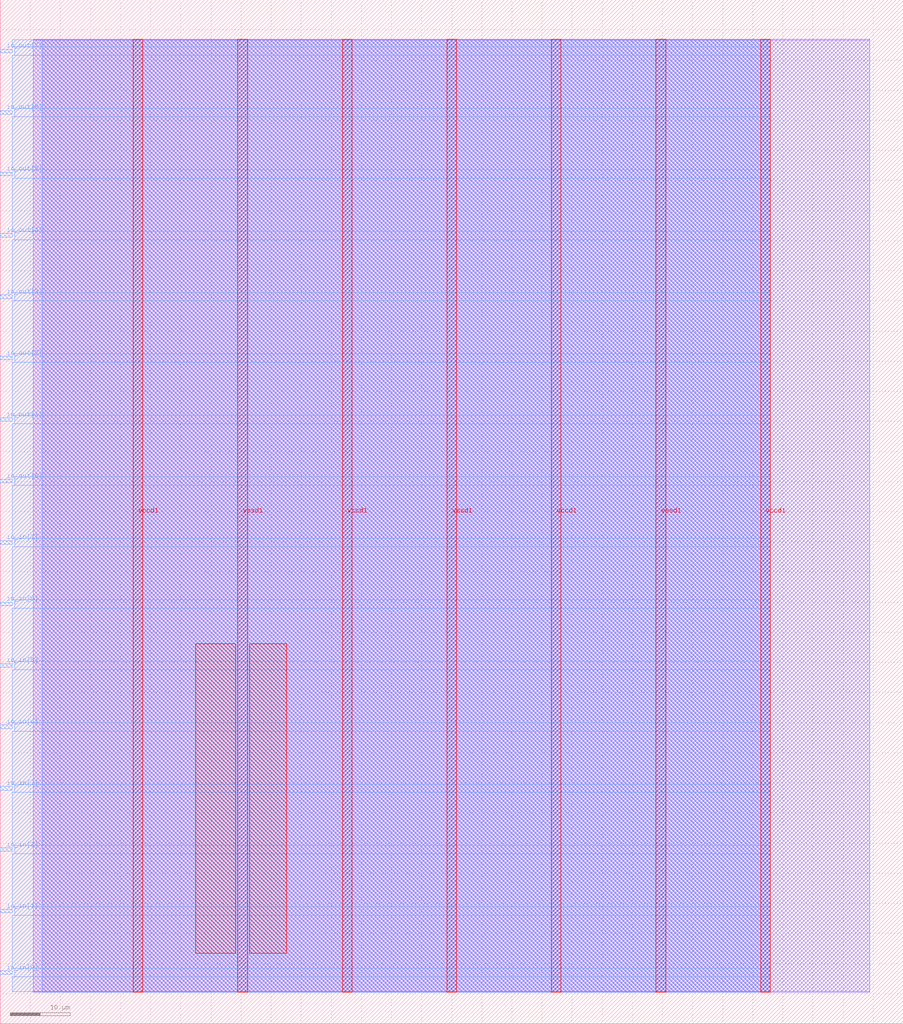
<source format=lef>
VERSION 5.7 ;
  NOWIREEXTENSIONATPIN ON ;
  DIVIDERCHAR "/" ;
  BUSBITCHARS "[]" ;
MACRO sophialiCMU_math
  CLASS BLOCK ;
  FOREIGN sophialiCMU_math ;
  ORIGIN 0.000 0.000 ;
  SIZE 150.000 BY 170.000 ;
  PIN io_in[0]
    DIRECTION INPUT ;
    USE SIGNAL ;
    PORT
      LAYER met3 ;
        RECT 0.000 8.200 2.000 8.800 ;
    END
  END io_in[0]
  PIN io_in[1]
    DIRECTION INPUT ;
    USE SIGNAL ;
    PORT
      LAYER met3 ;
        RECT 0.000 18.400 2.000 19.000 ;
    END
  END io_in[1]
  PIN io_in[2]
    DIRECTION INPUT ;
    USE SIGNAL ;
    PORT
      LAYER met3 ;
        RECT 0.000 28.600 2.000 29.200 ;
    END
  END io_in[2]
  PIN io_in[3]
    DIRECTION INPUT ;
    USE SIGNAL ;
    PORT
      LAYER met3 ;
        RECT 0.000 38.800 2.000 39.400 ;
    END
  END io_in[3]
  PIN io_in[4]
    DIRECTION INPUT ;
    USE SIGNAL ;
    PORT
      LAYER met3 ;
        RECT 0.000 49.000 2.000 49.600 ;
    END
  END io_in[4]
  PIN io_in[5]
    DIRECTION INPUT ;
    USE SIGNAL ;
    PORT
      LAYER met3 ;
        RECT 0.000 59.200 2.000 59.800 ;
    END
  END io_in[5]
  PIN io_in[6]
    DIRECTION INPUT ;
    USE SIGNAL ;
    PORT
      LAYER met3 ;
        RECT 0.000 69.400 2.000 70.000 ;
    END
  END io_in[6]
  PIN io_in[7]
    DIRECTION INPUT ;
    USE SIGNAL ;
    PORT
      LAYER met3 ;
        RECT 0.000 79.600 2.000 80.200 ;
    END
  END io_in[7]
  PIN io_out[0]
    DIRECTION OUTPUT TRISTATE ;
    USE SIGNAL ;
    PORT
      LAYER met3 ;
        RECT 0.000 89.800 2.000 90.400 ;
    END
  END io_out[0]
  PIN io_out[1]
    DIRECTION OUTPUT TRISTATE ;
    USE SIGNAL ;
    PORT
      LAYER met3 ;
        RECT 0.000 100.000 2.000 100.600 ;
    END
  END io_out[1]
  PIN io_out[2]
    DIRECTION OUTPUT TRISTATE ;
    USE SIGNAL ;
    PORT
      LAYER met3 ;
        RECT 0.000 110.200 2.000 110.800 ;
    END
  END io_out[2]
  PIN io_out[3]
    DIRECTION OUTPUT TRISTATE ;
    USE SIGNAL ;
    PORT
      LAYER met3 ;
        RECT 0.000 120.400 2.000 121.000 ;
    END
  END io_out[3]
  PIN io_out[4]
    DIRECTION OUTPUT TRISTATE ;
    USE SIGNAL ;
    PORT
      LAYER met3 ;
        RECT 0.000 130.600 2.000 131.200 ;
    END
  END io_out[4]
  PIN io_out[5]
    DIRECTION OUTPUT TRISTATE ;
    USE SIGNAL ;
    PORT
      LAYER met3 ;
        RECT 0.000 140.800 2.000 141.400 ;
    END
  END io_out[5]
  PIN io_out[6]
    DIRECTION OUTPUT TRISTATE ;
    USE SIGNAL ;
    PORT
      LAYER met3 ;
        RECT 0.000 151.000 2.000 151.600 ;
    END
  END io_out[6]
  PIN io_out[7]
    DIRECTION OUTPUT TRISTATE ;
    USE SIGNAL ;
    PORT
      LAYER met3 ;
        RECT 0.000 161.200 2.000 161.800 ;
    END
  END io_out[7]
  PIN vccd1
    DIRECTION INOUT ;
    USE POWER ;
    PORT
      LAYER met4 ;
        RECT 22.090 5.200 23.690 163.440 ;
    END
    PORT
      LAYER met4 ;
        RECT 56.830 5.200 58.430 163.440 ;
    END
    PORT
      LAYER met4 ;
        RECT 91.570 5.200 93.170 163.440 ;
    END
    PORT
      LAYER met4 ;
        RECT 126.310 5.200 127.910 163.440 ;
    END
  END vccd1
  PIN vssd1
    DIRECTION INOUT ;
    USE GROUND ;
    PORT
      LAYER met4 ;
        RECT 39.460 5.200 41.060 163.440 ;
    END
    PORT
      LAYER met4 ;
        RECT 74.200 5.200 75.800 163.440 ;
    END
    PORT
      LAYER met4 ;
        RECT 108.940 5.200 110.540 163.440 ;
    END
  END vssd1
  OBS
      LAYER li1 ;
        RECT 5.520 5.355 144.440 163.285 ;
      LAYER met1 ;
        RECT 5.520 5.200 144.440 163.440 ;
      LAYER met2 ;
        RECT 6.990 5.255 127.880 163.385 ;
      LAYER met3 ;
        RECT 2.000 162.200 127.900 163.365 ;
        RECT 2.400 160.800 127.900 162.200 ;
        RECT 2.000 152.000 127.900 160.800 ;
        RECT 2.400 150.600 127.900 152.000 ;
        RECT 2.000 141.800 127.900 150.600 ;
        RECT 2.400 140.400 127.900 141.800 ;
        RECT 2.000 131.600 127.900 140.400 ;
        RECT 2.400 130.200 127.900 131.600 ;
        RECT 2.000 121.400 127.900 130.200 ;
        RECT 2.400 120.000 127.900 121.400 ;
        RECT 2.000 111.200 127.900 120.000 ;
        RECT 2.400 109.800 127.900 111.200 ;
        RECT 2.000 101.000 127.900 109.800 ;
        RECT 2.400 99.600 127.900 101.000 ;
        RECT 2.000 90.800 127.900 99.600 ;
        RECT 2.400 89.400 127.900 90.800 ;
        RECT 2.000 80.600 127.900 89.400 ;
        RECT 2.400 79.200 127.900 80.600 ;
        RECT 2.000 70.400 127.900 79.200 ;
        RECT 2.400 69.000 127.900 70.400 ;
        RECT 2.000 60.200 127.900 69.000 ;
        RECT 2.400 58.800 127.900 60.200 ;
        RECT 2.000 50.000 127.900 58.800 ;
        RECT 2.400 48.600 127.900 50.000 ;
        RECT 2.000 39.800 127.900 48.600 ;
        RECT 2.400 38.400 127.900 39.800 ;
        RECT 2.000 29.600 127.900 38.400 ;
        RECT 2.400 28.200 127.900 29.600 ;
        RECT 2.000 19.400 127.900 28.200 ;
        RECT 2.400 18.000 127.900 19.400 ;
        RECT 2.000 9.200 127.900 18.000 ;
        RECT 2.400 7.800 127.900 9.200 ;
        RECT 2.000 5.275 127.900 7.800 ;
      LAYER met4 ;
        RECT 32.495 11.735 39.060 63.065 ;
        RECT 41.460 11.735 47.545 63.065 ;
  END
END sophialiCMU_math
END LIBRARY


</source>
